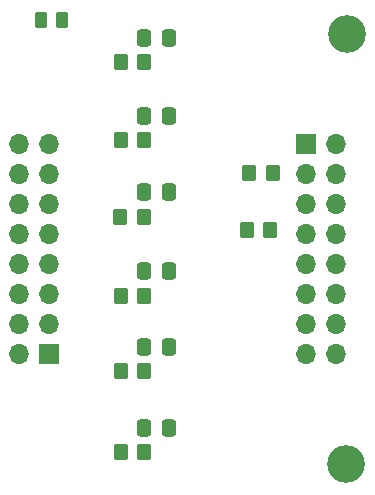
<source format=gbs>
G04 #@! TF.GenerationSoftware,KiCad,Pcbnew,(6.0.6)*
G04 #@! TF.CreationDate,2022-08-29T16:00:50+02:00*
G04 #@! TF.ProjectId,adc-board-six-channels,6164632d-626f-4617-9264-2d7369782d63,rev?*
G04 #@! TF.SameCoordinates,Original*
G04 #@! TF.FileFunction,Soldermask,Bot*
G04 #@! TF.FilePolarity,Negative*
%FSLAX46Y46*%
G04 Gerber Fmt 4.6, Leading zero omitted, Abs format (unit mm)*
G04 Created by KiCad (PCBNEW (6.0.6)) date 2022-08-29 16:00:50*
%MOMM*%
%LPD*%
G01*
G04 APERTURE LIST*
G04 Aperture macros list*
%AMRoundRect*
0 Rectangle with rounded corners*
0 $1 Rounding radius*
0 $2 $3 $4 $5 $6 $7 $8 $9 X,Y pos of 4 corners*
0 Add a 4 corners polygon primitive as box body*
4,1,4,$2,$3,$4,$5,$6,$7,$8,$9,$2,$3,0*
0 Add four circle primitives for the rounded corners*
1,1,$1+$1,$2,$3*
1,1,$1+$1,$4,$5*
1,1,$1+$1,$6,$7*
1,1,$1+$1,$8,$9*
0 Add four rect primitives between the rounded corners*
20,1,$1+$1,$2,$3,$4,$5,0*
20,1,$1+$1,$4,$5,$6,$7,0*
20,1,$1+$1,$6,$7,$8,$9,0*
20,1,$1+$1,$8,$9,$2,$3,0*%
G04 Aperture macros list end*
%ADD10R,1.700000X1.700000*%
%ADD11O,1.700000X1.700000*%
%ADD12C,3.200000*%
%ADD13RoundRect,0.250000X-0.350000X-0.450000X0.350000X-0.450000X0.350000X0.450000X-0.350000X0.450000X0*%
%ADD14RoundRect,0.250000X0.337500X0.475000X-0.337500X0.475000X-0.337500X-0.475000X0.337500X-0.475000X0*%
%ADD15RoundRect,0.250000X0.350000X0.450000X-0.350000X0.450000X-0.350000X-0.450000X0.350000X-0.450000X0*%
%ADD16RoundRect,0.250000X-0.262500X-0.450000X0.262500X-0.450000X0.262500X0.450000X-0.262500X0.450000X0*%
G04 APERTURE END LIST*
D10*
X81906450Y-46355000D03*
D11*
X79366450Y-46355000D03*
X81906450Y-43815000D03*
X79366450Y-43815000D03*
X81906450Y-41275000D03*
X79366450Y-41275000D03*
X81906450Y-38735000D03*
X79366450Y-38735000D03*
X81906450Y-36195000D03*
X79366450Y-36195000D03*
X81906450Y-33655000D03*
X79366450Y-33655000D03*
X81906450Y-31115000D03*
X79366450Y-31115000D03*
X81906450Y-28575000D03*
X79366450Y-28575000D03*
D10*
X103655950Y-28605000D03*
D11*
X106195950Y-28605000D03*
X103655950Y-31145000D03*
X106195950Y-31145000D03*
X103655950Y-33685000D03*
X106195950Y-33685000D03*
X103655950Y-36225000D03*
X106195950Y-36225000D03*
X103655950Y-38765000D03*
X106195950Y-38765000D03*
X103655950Y-41305000D03*
X106195950Y-41305000D03*
X103655950Y-43845000D03*
X106195950Y-43845000D03*
X103655950Y-46385000D03*
X106195950Y-46385000D03*
D12*
X107086400Y-55702200D03*
X107137200Y-19278600D03*
D13*
X87967950Y-21630000D03*
X89967950Y-21630000D03*
D14*
X92030450Y-32663000D03*
X89955450Y-32663000D03*
X92030450Y-26186000D03*
X89955450Y-26186000D03*
D13*
X87967950Y-41442000D03*
X89967950Y-41442000D03*
D15*
X100635950Y-35854000D03*
X98635950Y-35854000D03*
D14*
X92037450Y-52618000D03*
X89962450Y-52618000D03*
X92030450Y-19582000D03*
X89955450Y-19582000D03*
X92030450Y-45796500D03*
X89955450Y-45796500D03*
D16*
X81201950Y-18074400D03*
X83026950Y-18074400D03*
D13*
X87967950Y-54650000D03*
X89967950Y-54650000D03*
X98873950Y-31028000D03*
X100873950Y-31028000D03*
D14*
X92030450Y-39341000D03*
X89955450Y-39341000D03*
D13*
X87967950Y-28234000D03*
X89967950Y-28234000D03*
X87967950Y-47842800D03*
X89967950Y-47842800D03*
X87948950Y-34736400D03*
X89948950Y-34736400D03*
M02*

</source>
